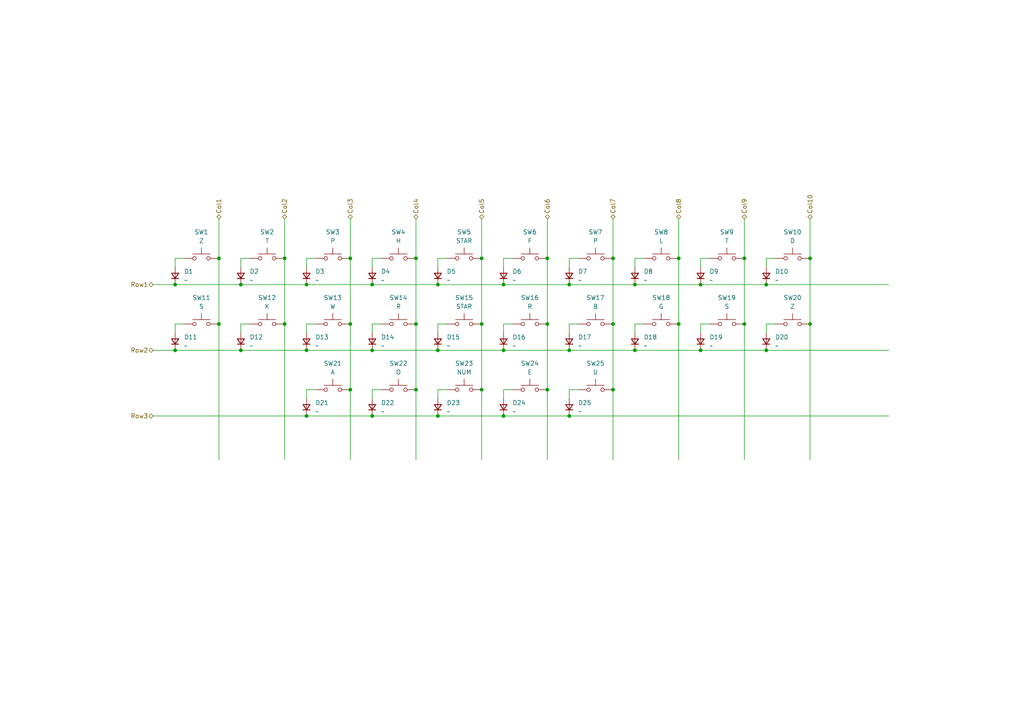
<source format=kicad_sch>
(kicad_sch (version 20250114) (generator "eeschema") (generator_version "9.0")
  (paper "A4")
  (lib_symbols
    (symbol "Device:D_Small" (pin_numbers (hide yes)) (pin_names (offset 0.254) (hide yes))
      (property "Reference" "D" (at -1.27 2.032 0))
      (property "Value" "D_Small" (at -3.81 -2.032 0))
      (symbol "D_Small_0_1"
        (polyline (pts (xy -0.762 0) (xy 0.762 0)))
        (polyline (pts (xy -0.762 -1.016) (xy -0.762 1.016)) (stroke (width 0.254)))
        (polyline (pts (xy 0.762 -1.016) (xy -0.762 0) (xy 0.762 1.016) (xy 0.762 -1.016)) (stroke (width 0.254)))
      )
      (symbol "D_Small_1_1"
        (pin passive line (at -2.54 0 0) (length 1.778) (name "K") (number "1"))
        (pin passive line (at 2.54 0 180) (length 1.778) (name "A") (number "2"))
      )
    )
    (symbol "Switch:SW_Push" (pin_numbers (hide yes)) (pin_names (offset 1.016) (hide yes))
      (property "Reference" "SW" (at 1.27 2.54 0))
      (property "Value" "SW_Push" (at 0 -1.524 0))
      (symbol "SW_Push_0_1"
        (circle (center -2.032 0) (radius 0.508))
        (polyline (pts (xy 0 1.27) (xy 0 3.048)))
        (circle (center 2.032 0) (radius 0.508))
        (polyline (pts (xy 2.54 1.27) (xy -2.54 1.27)))
        (pin passive line (at -5.08 0 0) (length 2.54) (name "1") (number "1"))
        (pin passive line (at 5.08 0 180) (length 2.54) (name "2") (number "2"))
      )
    )
  )
  (junction (at 127 120.65))
  (junction (at 203.2 101.6))
  (junction (at 107.95 101.6))
  (junction (at 158.75 93.98))
  (junction (at 69.85 101.6))
  (junction (at 107.95 120.65))
  (junction (at 63.5 74.93))
  (junction (at 158.75 74.93))
  (junction (at 50.8 82.55))
  (junction (at 139.7 74.93))
  (junction (at 120.65 113.03))
  (junction (at 50.8 101.6))
  (junction (at 165.1 120.65))
  (junction (at 215.9 93.98))
  (junction (at 82.55 74.93))
  (junction (at 184.15 101.6))
  (junction (at 101.6 113.03))
  (junction (at 139.7 93.98))
  (junction (at 139.7 113.03))
  (junction (at 146.05 82.55))
  (junction (at 158.75 113.03))
  (junction (at 88.9 120.65))
  (junction (at 165.1 82.55))
  (junction (at 196.85 93.98))
  (junction (at 120.65 93.98))
  (junction (at 222.25 82.55))
  (junction (at 196.85 74.93))
  (junction (at 146.05 101.6))
  (junction (at 184.15 82.55))
  (junction (at 177.8 74.93))
  (junction (at 69.85 82.55))
  (junction (at 222.25 101.6))
  (junction (at 107.95 82.55))
  (junction (at 234.95 93.98))
  (junction (at 63.5 93.98))
  (junction (at 165.1 101.6))
  (junction (at 234.95 74.93))
  (junction (at 215.9 74.93))
  (junction (at 88.9 82.55))
  (junction (at 120.65 74.93))
  (junction (at 146.05 120.65))
  (junction (at 101.6 93.98))
  (junction (at 88.9 101.6))
  (junction (at 101.6 74.93))
  (junction (at 127 82.55))
  (junction (at 82.55 93.98))
  (junction (at 127 101.6))
  (junction (at 177.8 113.03))
  (junction (at 203.2 82.55))
  (junction (at 177.8 93.98))
  (wire (pts (xy 146.05 93.98) (xy 146.05 96.52)))
  (wire (pts (xy 139.7 74.93) (xy 139.7 93.98)))
  (wire (pts (xy 165.1 93.98) (xy 165.1 96.52)))
  (wire (pts (xy 146.05 74.93) (xy 146.05 77.47)))
  (wire (pts (xy 165.1 101.6) (xy 184.15 101.6)))
  (wire (pts (xy 120.65 74.93) (xy 120.65 93.98)))
  (wire (pts (xy 215.9 74.93) (xy 215.9 93.98)))
  (wire (pts (xy 158.75 63.5) (xy 158.75 74.93)))
  (wire (pts (xy 129.54 93.98) (xy 127 93.98)))
  (wire (pts (xy 205.74 93.98) (xy 203.2 93.98)))
  (wire (pts (xy 165.1 113.03) (xy 165.1 115.57)))
  (wire (pts (xy 165.1 74.93) (xy 165.1 77.47)))
  (wire (pts (xy 82.55 93.98) (xy 82.55 133.35)))
  (wire (pts (xy 110.49 93.98) (xy 107.95 93.98)))
  (wire (pts (xy 88.9 93.98) (xy 88.9 96.52)))
  (wire (pts (xy 101.6 63.5) (xy 101.6 74.93)))
  (wire (pts (xy 101.6 74.93) (xy 101.6 93.98)))
  (wire (pts (xy 50.8 101.6) (xy 69.85 101.6)))
  (wire (pts (xy 44.45 82.55) (xy 50.8 82.55)))
  (wire (pts (xy 107.95 101.6) (xy 127 101.6)))
  (wire (pts (xy 139.7 63.5) (xy 139.7 74.93)))
  (wire (pts (xy 203.2 74.93) (xy 203.2 77.47)))
  (wire (pts (xy 148.59 113.03) (xy 146.05 113.03)))
  (wire (pts (xy 215.9 93.98) (xy 215.9 133.35)))
  (wire (pts (xy 69.85 101.6) (xy 88.9 101.6)))
  (wire (pts (xy 63.5 63.5) (xy 63.5 74.93)))
  (wire (pts (xy 107.95 93.98) (xy 107.95 96.52)))
  (wire (pts (xy 69.85 93.98) (xy 69.85 96.52)))
  (wire (pts (xy 88.9 120.65) (xy 107.95 120.65)))
  (wire (pts (xy 127 93.98) (xy 127 96.52)))
  (wire (pts (xy 127 101.6) (xy 146.05 101.6)))
  (wire (pts (xy 196.85 63.5) (xy 196.85 74.93)))
  (wire (pts (xy 165.1 82.55) (xy 184.15 82.55)))
  (wire (pts (xy 158.75 93.98) (xy 158.75 113.03)))
  (wire (pts (xy 107.95 120.65) (xy 127 120.65)))
  (wire (pts (xy 127 113.03) (xy 127 115.57)))
  (wire (pts (xy 50.8 82.55) (xy 69.85 82.55)))
  (wire (pts (xy 215.9 63.5) (xy 215.9 74.93)))
  (wire (pts (xy 110.49 113.03) (xy 107.95 113.03)))
  (wire (pts (xy 167.64 93.98) (xy 165.1 93.98)))
  (wire (pts (xy 72.39 74.93) (xy 69.85 74.93)))
  (wire (pts (xy 50.8 74.93) (xy 50.8 77.47)))
  (wire (pts (xy 88.9 74.93) (xy 88.9 77.47)))
  (wire (pts (xy 129.54 74.93) (xy 127 74.93)))
  (wire (pts (xy 82.55 63.5) (xy 82.55 74.93)))
  (wire (pts (xy 184.15 101.6) (xy 203.2 101.6)))
  (wire (pts (xy 127 120.65) (xy 146.05 120.65)))
  (wire (pts (xy 53.34 93.98) (xy 50.8 93.98)))
  (wire (pts (xy 63.5 74.93) (xy 63.5 93.98)))
  (wire (pts (xy 72.39 93.98) (xy 69.85 93.98)))
  (wire (pts (xy 184.15 74.93) (xy 184.15 77.47)))
  (wire (pts (xy 107.95 113.03) (xy 107.95 115.57)))
  (wire (pts (xy 53.34 74.93) (xy 50.8 74.93)))
  (wire (pts (xy 165.1 120.65) (xy 257.81 120.65)))
  (wire (pts (xy 196.85 74.93) (xy 196.85 93.98)))
  (wire (pts (xy 110.49 74.93) (xy 107.95 74.93)))
  (wire (pts (xy 63.5 93.98) (xy 63.5 133.35)))
  (wire (pts (xy 203.2 93.98) (xy 203.2 96.52)))
  (wire (pts (xy 107.95 82.55) (xy 127 82.55)))
  (wire (pts (xy 148.59 93.98) (xy 146.05 93.98)))
  (wire (pts (xy 50.8 93.98) (xy 50.8 96.52)))
  (wire (pts (xy 222.25 101.6) (xy 257.81 101.6)))
  (wire (pts (xy 127 82.55) (xy 146.05 82.55)))
  (wire (pts (xy 234.95 63.5) (xy 234.95 74.93)))
  (wire (pts (xy 88.9 113.03) (xy 88.9 115.57)))
  (wire (pts (xy 88.9 82.55) (xy 107.95 82.55)))
  (wire (pts (xy 120.65 63.5) (xy 120.65 74.93)))
  (wire (pts (xy 222.25 82.55) (xy 257.81 82.55)))
  (wire (pts (xy 184.15 82.55) (xy 203.2 82.55)))
  (wire (pts (xy 69.85 74.93) (xy 69.85 77.47)))
  (wire (pts (xy 120.65 113.03) (xy 120.65 133.35)))
  (wire (pts (xy 184.15 93.98) (xy 184.15 96.52)))
  (wire (pts (xy 88.9 101.6) (xy 107.95 101.6)))
  (wire (pts (xy 186.69 93.98) (xy 184.15 93.98)))
  (wire (pts (xy 224.79 93.98) (xy 222.25 93.98)))
  (wire (pts (xy 127 74.93) (xy 127 77.47)))
  (wire (pts (xy 139.7 113.03) (xy 139.7 133.35)))
  (wire (pts (xy 69.85 82.55) (xy 88.9 82.55)))
  (wire (pts (xy 167.64 113.03) (xy 165.1 113.03)))
  (wire (pts (xy 44.45 120.65) (xy 88.9 120.65)))
  (wire (pts (xy 203.2 82.55) (xy 222.25 82.55)))
  (wire (pts (xy 146.05 113.03) (xy 146.05 115.57)))
  (wire (pts (xy 158.75 74.93) (xy 158.75 93.98)))
  (wire (pts (xy 196.85 93.98) (xy 196.85 133.35)))
  (wire (pts (xy 203.2 101.6) (xy 222.25 101.6)))
  (wire (pts (xy 82.55 74.93) (xy 82.55 93.98)))
  (wire (pts (xy 120.65 93.98) (xy 120.65 113.03)))
  (wire (pts (xy 222.25 74.93) (xy 222.25 77.47)))
  (wire (pts (xy 101.6 113.03) (xy 101.6 133.35)))
  (wire (pts (xy 91.44 74.93) (xy 88.9 74.93)))
  (wire (pts (xy 167.64 74.93) (xy 165.1 74.93)))
  (wire (pts (xy 158.75 113.03) (xy 158.75 133.35)))
  (wire (pts (xy 234.95 74.93) (xy 234.95 93.98)))
  (wire (pts (xy 91.44 93.98) (xy 88.9 93.98)))
  (wire (pts (xy 139.7 93.98) (xy 139.7 113.03)))
  (wire (pts (xy 222.25 93.98) (xy 222.25 96.52)))
  (wire (pts (xy 146.05 101.6) (xy 165.1 101.6)))
  (wire (pts (xy 177.8 63.5) (xy 177.8 74.93)))
  (wire (pts (xy 234.95 93.98) (xy 234.95 133.35)))
  (wire (pts (xy 186.69 74.93) (xy 184.15 74.93)))
  (wire (pts (xy 177.8 93.98) (xy 177.8 113.03)))
  (wire (pts (xy 205.74 74.93) (xy 203.2 74.93)))
  (wire (pts (xy 91.44 113.03) (xy 88.9 113.03)))
  (wire (pts (xy 224.79 74.93) (xy 222.25 74.93)))
  (wire (pts (xy 107.95 74.93) (xy 107.95 77.47)))
  (wire (pts (xy 129.54 113.03) (xy 127 113.03)))
  (wire (pts (xy 177.8 74.93) (xy 177.8 93.98)))
  (wire (pts (xy 177.8 113.03) (xy 177.8 133.35)))
  (wire (pts (xy 44.45 101.6) (xy 50.8 101.6)))
  (wire (pts (xy 148.59 74.93) (xy 146.05 74.93)))
  (wire (pts (xy 146.05 120.65) (xy 165.1 120.65)))
  (wire (pts (xy 101.6 93.98) (xy 101.6 113.03)))
  (wire (pts (xy 146.05 82.55) (xy 165.1 82.55)))
  (hierarchical_label "Row2" (shape bidirectional) (at 44.45 101.6 180))
  (hierarchical_label "Col4" (shape bidirectional) (at 120.65 63.5 90))
  (hierarchical_label "Col3" (shape bidirectional) (at 101.6 63.5 90))
  (hierarchical_label "Col5" (shape bidirectional) (at 139.7 63.5 90))
  (hierarchical_label "Col6" (shape bidirectional) (at 158.75 63.5 90))
  (hierarchical_label "Col8" (shape bidirectional) (at 196.85 63.5 90))
  (hierarchical_label "Col7" (shape bidirectional) (at 177.8 63.5 90))
  (hierarchical_label "Col2" (shape bidirectional) (at 82.55 63.5 90))
  (hierarchical_label "Col1" (shape bidirectional) (at 63.5 63.5 90))
  (hierarchical_label "Col10" (shape bidirectional) (at 234.95 63.5 90))
  (hierarchical_label "Col9" (shape bidirectional) (at 215.9 63.5 90))
  (hierarchical_label "Row1" (shape bidirectional) (at 44.45 82.55 180))
  (hierarchical_label "Row3" (shape bidirectional) (at 44.45 120.65 180))
  (symbol (lib_id "Switch:SW_Push") (at 153.67 113.03 0) (unit 1)
    (property "Reference" "SW24" (at 153.67 105.41 0))
    (property "Value" "E" (at 153.67 107.95 0))
    (property "Description" "Push button switch, generic, two pins" (effects (hide yes)))
  )
  (symbol (lib_id "Switch:SW_Push") (at 58.42 74.93 0) (unit 1)
    (property "Reference" "SW1" (at 58.42 67.31 0))
    (property "Value" "Z" (at 58.42 69.85 0))
    (property "Description" "Push button switch, generic, two pins" (effects (hide yes)))
  )
  (symbol (lib_id "Device:D_Small") (at 165.1 99.06 90) (unit 1)
    (property "Reference" "D17" (at 167.64 97.7899 90) (effects (justify right)))
    (property "Value" "~" (at 167.64 100.3299 90) (effects (justify right)))
    (property "Description" "Diode, small symbol" (effects (hide yes)))
    (property "Sim.Device" "D" (effects (hide yes)))
    (property "Sim.Pins" "1=K 2=A" (effects (hide yes)))
  )
  (symbol (lib_id "Switch:SW_Push") (at 115.57 74.93 0) (unit 1)
    (property "Reference" "SW4" (at 115.57 67.31 0))
    (property "Value" "H" (at 115.57 69.85 0))
    (property "Description" "Push button switch, generic, two pins" (effects (hide yes)))
  )
  (symbol (lib_id "Switch:SW_Push") (at 229.87 74.93 0) (unit 1)
    (property "Reference" "SW10" (at 229.87 67.31 0))
    (property "Value" "D" (at 229.87 69.85 0))
    (property "Description" "Push button switch, generic, two pins" (effects (hide yes)))
  )
  (symbol (lib_id "Device:D_Small") (at 127 118.11 90) (unit 1)
    (property "Reference" "D23" (at 129.54 116.8399 90) (effects (justify right)))
    (property "Value" "~" (at 129.54 119.3799 90) (effects (justify right)))
    (property "Description" "Diode, small symbol" (effects (hide yes)))
    (property "Sim.Device" "D" (effects (hide yes)))
    (property "Sim.Pins" "1=K 2=A" (effects (hide yes)))
  )
  (symbol (lib_id "Device:D_Small") (at 203.2 99.06 90) (unit 1)
    (property "Reference" "D19" (at 205.74 97.7899 90) (effects (justify right)))
    (property "Value" "~" (at 205.74 100.3299 90) (effects (justify right)))
    (property "Description" "Diode, small symbol" (effects (hide yes)))
    (property "Sim.Device" "D" (effects (hide yes)))
    (property "Sim.Pins" "1=K 2=A" (effects (hide yes)))
  )
  (symbol (lib_id "Device:D_Small") (at 222.25 80.01 90) (unit 1)
    (property "Reference" "D10" (at 224.79 78.7399 90) (effects (justify right)))
    (property "Value" "~" (at 224.79 81.2799 90) (effects (justify right)))
    (property "Description" "Diode, small symbol" (effects (hide yes)))
    (property "Sim.Device" "D" (effects (hide yes)))
    (property "Sim.Pins" "1=K 2=A" (effects (hide yes)))
  )
  (symbol (lib_id "Device:D_Small") (at 69.85 99.06 90) (unit 1)
    (property "Reference" "D12" (at 72.39 97.7899 90) (effects (justify right)))
    (property "Value" "~" (at 72.39 100.3299 90) (effects (justify right)))
    (property "Description" "Diode, small symbol" (effects (hide yes)))
    (property "Sim.Device" "D" (effects (hide yes)))
    (property "Sim.Pins" "1=K 2=A" (effects (hide yes)))
  )
  (symbol (lib_id "Switch:SW_Push") (at 210.82 93.98 0) (unit 1)
    (property "Reference" "SW19" (at 210.82 86.36 0))
    (property "Value" "S" (at 210.82 88.9 0))
    (property "Description" "Push button switch, generic, two pins" (effects (hide yes)))
  )
  (symbol (lib_id "Switch:SW_Push") (at 153.67 93.98 0) (unit 1)
    (property "Reference" "SW16" (at 153.67 86.36 0))
    (property "Value" "R" (at 153.67 88.9 0))
    (property "Description" "Push button switch, generic, two pins" (effects (hide yes)))
  )
  (symbol (lib_id "Switch:SW_Push") (at 115.57 113.03 0) (unit 1)
    (property "Reference" "SW22" (at 115.57 105.41 0))
    (property "Value" "O" (at 115.57 107.95 0))
    (property "Description" "Push button switch, generic, two pins" (effects (hide yes)))
  )
  (symbol (lib_id "Switch:SW_Push") (at 96.52 93.98 0) (unit 1)
    (property "Reference" "SW13" (at 96.52 86.36 0))
    (property "Value" "W" (at 96.52 88.9 0))
    (property "Description" "Push button switch, generic, two pins" (effects (hide yes)))
  )
  (symbol (lib_id "Switch:SW_Push") (at 96.52 74.93 0) (unit 1)
    (property "Reference" "SW3" (at 96.52 67.31 0))
    (property "Value" "P" (at 96.52 69.85 0))
    (property "Description" "Push button switch, generic, two pins" (effects (hide yes)))
  )
  (symbol (lib_id "Device:D_Small") (at 184.15 80.01 90) (unit 1)
    (property "Reference" "D8" (at 186.69 78.7399 90) (effects (justify right)))
    (property "Value" "~" (at 186.69 81.2799 90) (effects (justify right)))
    (property "Description" "Diode, small symbol" (effects (hide yes)))
    (property "Sim.Device" "D" (effects (hide yes)))
    (property "Sim.Pins" "1=K 2=A" (effects (hide yes)))
  )
  (symbol (lib_id "Device:D_Small") (at 127 99.06 90) (unit 1)
    (property "Reference" "D15" (at 129.54 97.7899 90) (effects (justify right)))
    (property "Value" "~" (at 129.54 100.3299 90) (effects (justify right)))
    (property "Description" "Diode, small symbol" (effects (hide yes)))
    (property "Sim.Device" "D" (effects (hide yes)))
    (property "Sim.Pins" "1=K 2=A" (effects (hide yes)))
  )
  (symbol (lib_id "Switch:SW_Push") (at 210.82 74.93 0) (unit 1)
    (property "Reference" "SW9" (at 210.82 67.31 0))
    (property "Value" "T" (at 210.82 69.85 0))
    (property "Description" "Push button switch, generic, two pins" (effects (hide yes)))
  )
  (symbol (lib_id "Switch:SW_Push") (at 96.52 113.03 0) (unit 1)
    (property "Reference" "SW21" (at 96.52 105.41 0))
    (property "Value" "A" (at 96.52 107.95 0))
    (property "Description" "Push button switch, generic, two pins" (effects (hide yes)))
  )
  (symbol (lib_id "Switch:SW_Push") (at 77.47 74.93 0) (unit 1)
    (property "Reference" "SW2" (at 77.47 67.31 0))
    (property "Value" "T" (at 77.47 69.85 0))
    (property "Description" "Push button switch, generic, two pins" (effects (hide yes)))
  )
  (symbol (lib_id "Switch:SW_Push") (at 172.72 74.93 0) (unit 1)
    (property "Reference" "SW7" (at 172.72 67.31 0))
    (property "Value" "P" (at 172.72 69.85 0))
    (property "Description" "Push button switch, generic, two pins" (effects (hide yes)))
  )
  (symbol (lib_id "Switch:SW_Push") (at 172.72 93.98 0) (unit 1)
    (property "Reference" "SW17" (at 172.72 86.36 0))
    (property "Value" "B" (at 172.72 88.9 0))
    (property "Description" "Push button switch, generic, two pins" (effects (hide yes)))
  )
  (symbol (lib_id "Device:D_Small") (at 50.8 80.01 90) (unit 1)
    (property "Reference" "D1" (at 53.34 78.7399 90) (effects (justify right)))
    (property "Value" "~" (at 53.34 81.2799 90) (effects (justify right)))
    (property "Description" "Diode, small symbol" (effects (hide yes)))
    (property "Sim.Device" "D" (effects (hide yes)))
    (property "Sim.Pins" "1=K 2=A" (effects (hide yes)))
  )
  (symbol (lib_id "Switch:SW_Push") (at 77.47 93.98 0) (unit 1)
    (property "Reference" "SW12" (at 77.47 86.36 0))
    (property "Value" "K" (at 77.47 88.9 0))
    (property "Description" "Push button switch, generic, two pins" (effects (hide yes)))
  )
  (symbol (lib_id "Switch:SW_Push") (at 134.62 93.98 0) (unit 1)
    (property "Reference" "SW15" (at 134.62 86.36 0))
    (property "Value" "STAR" (at 134.62 88.9 0))
    (property "Description" "Push button switch, generic, two pins" (effects (hide yes)))
  )
  (symbol (lib_id "Device:D_Small") (at 88.9 99.06 90) (unit 1)
    (property "Reference" "D13" (at 91.44 97.7899 90) (effects (justify right)))
    (property "Value" "~" (at 91.44 100.3299 90) (effects (justify right)))
    (property "Description" "Diode, small symbol" (effects (hide yes)))
    (property "Sim.Device" "D" (effects (hide yes)))
    (property "Sim.Pins" "1=K 2=A" (effects (hide yes)))
  )
  (symbol (lib_id "Switch:SW_Push") (at 134.62 113.03 0) (unit 1)
    (property "Reference" "SW23" (at 134.62 105.41 0))
    (property "Value" "NUM" (at 134.62 107.95 0))
    (property "Description" "Push button switch, generic, two pins" (effects (hide yes)))
  )
  (symbol (lib_id "Switch:SW_Push") (at 229.87 93.98 0) (unit 1)
    (property "Reference" "SW20" (at 229.87 86.36 0))
    (property "Value" "Z" (at 229.87 88.9 0))
    (property "Description" "Push button switch, generic, two pins" (effects (hide yes)))
  )
  (symbol (lib_id "Switch:SW_Push") (at 134.62 74.93 0) (unit 1)
    (property "Reference" "SW5" (at 134.62 67.31 0))
    (property "Value" "STAR" (at 134.62 69.85 0))
    (property "Description" "Push button switch, generic, two pins" (effects (hide yes)))
  )
  (symbol (lib_id "Switch:SW_Push") (at 115.57 93.98 0) (unit 1)
    (property "Reference" "SW14" (at 115.57 86.36 0))
    (property "Value" "R" (at 115.57 88.9 0))
    (property "Description" "Push button switch, generic, two pins" (effects (hide yes)))
  )
  (symbol (lib_id "Device:D_Small") (at 107.95 118.11 90) (unit 1)
    (property "Reference" "D22" (at 110.49 116.8399 90) (effects (justify right)))
    (property "Value" "~" (at 110.49 119.3799 90) (effects (justify right)))
    (property "Description" "Diode, small symbol" (effects (hide yes)))
    (property "Sim.Device" "D" (effects (hide yes)))
    (property "Sim.Pins" "1=K 2=A" (effects (hide yes)))
  )
  (symbol (lib_id "Device:D_Small") (at 146.05 80.01 90) (unit 1)
    (property "Reference" "D6" (at 148.59 78.7399 90) (effects (justify right)))
    (property "Value" "~" (at 148.59 81.2799 90) (effects (justify right)))
    (property "Description" "Diode, small symbol" (effects (hide yes)))
    (property "Sim.Device" "D" (effects (hide yes)))
    (property "Sim.Pins" "1=K 2=A" (effects (hide yes)))
  )
  (symbol (lib_id "Device:D_Small") (at 146.05 118.11 90) (unit 1)
    (property "Reference" "D24" (at 148.59 116.8399 90) (effects (justify right)))
    (property "Value" "~" (at 148.59 119.3799 90) (effects (justify right)))
    (property "Description" "Diode, small symbol" (effects (hide yes)))
    (property "Sim.Device" "D" (effects (hide yes)))
    (property "Sim.Pins" "1=K 2=A" (effects (hide yes)))
  )
  (symbol (lib_id "Switch:SW_Push") (at 191.77 93.98 0) (unit 1)
    (property "Reference" "SW18" (at 191.77 86.36 0))
    (property "Value" "G" (at 191.77 88.9 0))
    (property "Description" "Push button switch, generic, two pins" (effects (hide yes)))
  )
  (symbol (lib_id "Device:D_Small") (at 69.85 80.01 90) (unit 1)
    (property "Reference" "D2" (at 72.39 78.7399 90) (effects (justify right)))
    (property "Value" "~" (at 72.39 81.2799 90) (effects (justify right)))
    (property "Description" "Diode, small symbol" (effects (hide yes)))
    (property "Sim.Device" "D" (effects (hide yes)))
    (property "Sim.Pins" "1=K 2=A" (effects (hide yes)))
  )
  (symbol (lib_id "Device:D_Small") (at 222.25 99.06 90) (unit 1)
    (property "Reference" "D20" (at 224.79 97.7899 90) (effects (justify right)))
    (property "Value" "~" (at 224.79 100.3299 90) (effects (justify right)))
    (property "Description" "Diode, small symbol" (effects (hide yes)))
    (property "Sim.Device" "D" (effects (hide yes)))
    (property "Sim.Pins" "1=K 2=A" (effects (hide yes)))
  )
  (symbol (lib_id "Switch:SW_Push") (at 172.72 113.03 0) (unit 1)
    (property "Reference" "SW25" (at 172.72 105.41 0))
    (property "Value" "U" (at 172.72 107.95 0))
    (property "Description" "Push button switch, generic, two pins" (effects (hide yes)))
  )
  (symbol (lib_id "Device:D_Small") (at 184.15 99.06 90) (unit 1)
    (property "Reference" "D18" (at 186.69 97.7899 90) (effects (justify right)))
    (property "Value" "~" (at 186.69 100.3299 90) (effects (justify right)))
    (property "Description" "Diode, small symbol" (effects (hide yes)))
    (property "Sim.Device" "D" (effects (hide yes)))
    (property "Sim.Pins" "1=K 2=A" (effects (hide yes)))
  )
  (symbol (lib_id "Device:D_Small") (at 203.2 80.01 90) (unit 1)
    (property "Reference" "D9" (at 205.74 78.7399 90) (effects (justify right)))
    (property "Value" "~" (at 205.74 81.2799 90) (effects (justify right)))
    (property "Description" "Diode, small symbol" (effects (hide yes)))
    (property "Sim.Device" "D" (effects (hide yes)))
    (property "Sim.Pins" "1=K 2=A" (effects (hide yes)))
  )
  (symbol (lib_id "Device:D_Small") (at 127 80.01 90) (unit 1)
    (property "Reference" "D5" (at 129.54 78.7399 90) (effects (justify right)))
    (property "Value" "~" (at 129.54 81.2799 90) (effects (justify right)))
    (property "Description" "Diode, small symbol" (effects (hide yes)))
    (property "Sim.Device" "D" (effects (hide yes)))
    (property "Sim.Pins" "1=K 2=A" (effects (hide yes)))
  )
  (symbol (lib_id "Device:D_Small") (at 88.9 80.01 90) (unit 1)
    (property "Reference" "D3" (at 91.44 78.7399 90) (effects (justify right)))
    (property "Value" "~" (at 91.44 81.2799 90) (effects (justify right)))
    (property "Description" "Diode, small symbol" (effects (hide yes)))
    (property "Sim.Device" "D" (effects (hide yes)))
    (property "Sim.Pins" "1=K 2=A" (effects (hide yes)))
  )
  (symbol (lib_id "Device:D_Small") (at 107.95 99.06 90) (unit 1)
    (property "Reference" "D14" (at 110.49 97.7899 90) (effects (justify right)))
    (property "Value" "~" (at 110.49 100.3299 90) (effects (justify right)))
    (property "Description" "Diode, small symbol" (effects (hide yes)))
    (property "Sim.Device" "D" (effects (hide yes)))
    (property "Sim.Pins" "1=K 2=A" (effects (hide yes)))
  )
  (symbol (lib_id "Device:D_Small") (at 50.8 99.06 90) (unit 1)
    (property "Reference" "D11" (at 53.34 97.7899 90) (effects (justify right)))
    (property "Value" "~" (at 53.34 100.3299 90) (effects (justify right)))
    (property "Description" "Diode, small symbol" (effects (hide yes)))
    (property "Sim.Device" "D" (effects (hide yes)))
    (property "Sim.Pins" "1=K 2=A" (effects (hide yes)))
  )
  (symbol (lib_id "Switch:SW_Push") (at 191.77 74.93 0) (unit 1)
    (property "Reference" "SW8" (at 191.77 67.31 0))
    (property "Value" "L" (at 191.77 69.85 0))
    (property "Description" "Push button switch, generic, two pins" (effects (hide yes)))
  )
  (symbol (lib_id "Switch:SW_Push") (at 153.67 74.93 0) (unit 1)
    (property "Reference" "SW6" (at 153.67 67.31 0))
    (property "Value" "F" (at 153.67 69.85 0))
    (property "Description" "Push button switch, generic, two pins" (effects (hide yes)))
  )
  (symbol (lib_id "Device:D_Small") (at 165.1 118.11 90) (unit 1)
    (property "Reference" "D25" (at 167.64 116.8399 90) (effects (justify right)))
    (property "Value" "~" (at 167.64 119.3799 90) (effects (justify right)))
    (property "Description" "Diode, small symbol" (effects (hide yes)))
    (property "Sim.Device" "D" (effects (hide yes)))
    (property "Sim.Pins" "1=K 2=A" (effects (hide yes)))
  )
  (symbol (lib_id "Device:D_Small") (at 165.1 80.01 90) (unit 1)
    (property "Reference" "D7" (at 167.64 78.7399 90) (effects (justify right)))
    (property "Value" "~" (at 167.64 81.2799 90) (effects (justify right)))
    (property "Description" "Diode, small symbol" (effects (hide yes)))
    (property "Sim.Device" "D" (effects (hide yes)))
    (property "Sim.Pins" "1=K 2=A" (effects (hide yes)))
  )
  (symbol (lib_id "Switch:SW_Push") (at 58.42 93.98 0) (unit 1)
    (property "Reference" "SW11" (at 58.42 86.36 0))
    (property "Value" "S" (at 58.42 88.9 0))
    (property "Description" "Push button switch, generic, two pins" (effects (hide yes)))
  )
  (symbol (lib_id "Device:D_Small") (at 88.9 118.11 90) (unit 1)
    (property "Reference" "D21" (at 91.44 116.8399 90) (effects (justify right)))
    (property "Value" "~" (at 91.44 119.3799 90) (effects (justify right)))
    (property "Description" "Diode, small symbol" (effects (hide yes)))
    (property "Sim.Device" "D" (effects (hide yes)))
    (property "Sim.Pins" "1=K 2=A" (effects (hide yes)))
  )
  (symbol (lib_id "Device:D_Small") (at 146.05 99.06 90) (unit 1)
    (property "Reference" "D16" (at 148.59 97.7899 90) (effects (justify right)))
    (property "Value" "~" (at 148.59 100.3299 90) (effects (justify right)))
    (property "Description" "Diode, small symbol" (effects (hide yes)))
    (property "Sim.Device" "D" (effects (hide yes)))
    (property "Sim.Pins" "1=K 2=A" (effects (hide yes)))
  )
  (symbol (lib_id "Device:D_Small") (at 107.95 80.01 90) (unit 1)
    (property "Reference" "D4" (at 110.49 78.7399 90) (effects (justify right)))
    (property "Value" "~" (at 110.49 81.2799 90) (effects (justify right)))
    (property "Description" "Diode, small symbol" (effects (hide yes)))
    (property "Sim.Device" "D" (effects (hide yes)))
    (property "Sim.Pins" "1=K 2=A" (effects (hide yes)))
  )
)
</source>
